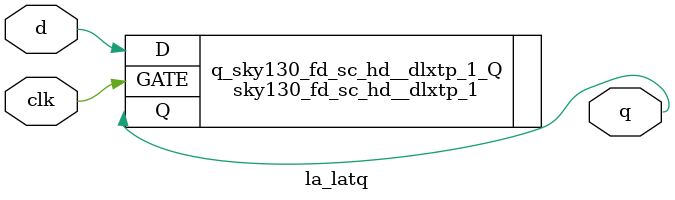
<source format=v>
/* Generated by Yosys 0.37 (git sha1 a5c7f69ed, clang 14.0.0-1ubuntu1.1 -fPIC -Os) */

module la_latq(d, clk, q);
  input clk;
  wire clk;
  input d;
  wire d;
  output q;
  wire q;
  sky130_fd_sc_hd__dlxtp_1 q_sky130_fd_sc_hd__dlxtp_1_Q (
    .D(d),
    .GATE(clk),
    .Q(q)
  );
endmodule

</source>
